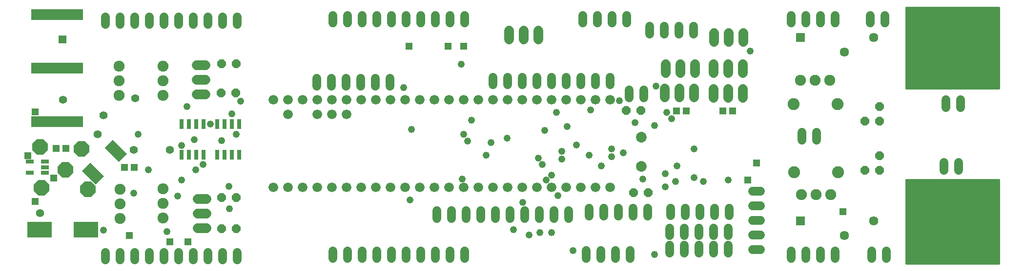
<source format=gbs>
G75*
%MOIN*%
%OFA0B0*%
%FSLAX25Y25*%
%IPPOS*%
%LPD*%
%AMOC8*
5,1,8,0,0,1.08239X$1,22.5*
%
%ADD10C,0.01600*%
%ADD11OC8,0.06000*%
%ADD12C,0.06800*%
%ADD13OC8,0.10800*%
%ADD14C,0.06600*%
%ADD15C,0.07550*%
%ADD16R,0.02900X0.07100*%
%ADD17C,0.07300*%
%ADD18C,0.06000*%
%ADD19R,0.16548X0.10643*%
%ADD20R,0.35800X0.07800*%
%ADD21R,0.06343X0.06343*%
%ADD22C,0.06343*%
%ADD23C,0.08200*%
%ADD24R,0.04737X0.05131*%
%ADD25R,0.07887X0.13398*%
%ADD26R,0.05524X0.03162*%
%ADD27C,0.04762*%
%ADD28R,0.04762X0.04762*%
%ADD29C,0.05550*%
%ADD30R,0.05550X0.05550*%
%ADD31R,0.03900X0.03900*%
%ADD32C,0.03900*%
D10*
X0719526Y0125902D02*
X0782518Y0125902D01*
X0782518Y0182988D01*
X0719526Y0182988D01*
X0719526Y0125902D01*
X0719526Y0127130D02*
X0782518Y0127130D01*
X0782518Y0128729D02*
X0719526Y0128729D01*
X0719526Y0130327D02*
X0782518Y0130327D01*
X0782518Y0131926D02*
X0719526Y0131926D01*
X0719526Y0133524D02*
X0782518Y0133524D01*
X0782518Y0135123D02*
X0719526Y0135123D01*
X0719526Y0136721D02*
X0782518Y0136721D01*
X0782518Y0138320D02*
X0719526Y0138320D01*
X0719526Y0139918D02*
X0782518Y0139918D01*
X0782518Y0141517D02*
X0719526Y0141517D01*
X0719526Y0143115D02*
X0782518Y0143115D01*
X0782518Y0144714D02*
X0719526Y0144714D01*
X0719526Y0146312D02*
X0782518Y0146312D01*
X0782518Y0147911D02*
X0719526Y0147911D01*
X0719526Y0149509D02*
X0782518Y0149509D01*
X0782518Y0151108D02*
X0719526Y0151108D01*
X0719526Y0152706D02*
X0782518Y0152706D01*
X0782518Y0154305D02*
X0719526Y0154305D01*
X0719526Y0155903D02*
X0782518Y0155903D01*
X0782518Y0157502D02*
X0719526Y0157502D01*
X0719526Y0159100D02*
X0782518Y0159100D01*
X0782518Y0160699D02*
X0719526Y0160699D01*
X0719526Y0162297D02*
X0782518Y0162297D01*
X0782518Y0163896D02*
X0719526Y0163896D01*
X0719526Y0165494D02*
X0782518Y0165494D01*
X0782518Y0167093D02*
X0719526Y0167093D01*
X0719526Y0168691D02*
X0782518Y0168691D01*
X0782518Y0170290D02*
X0719526Y0170290D01*
X0719526Y0171888D02*
X0782518Y0171888D01*
X0782518Y0173487D02*
X0719526Y0173487D01*
X0719526Y0175085D02*
X0782518Y0175085D01*
X0782518Y0176684D02*
X0719526Y0176684D01*
X0719526Y0178282D02*
X0782518Y0178282D01*
X0782518Y0179881D02*
X0719526Y0179881D01*
X0719526Y0181479D02*
X0782518Y0181479D01*
X0782518Y0245980D02*
X0719526Y0245980D01*
X0719526Y0301098D01*
X0782518Y0301098D01*
X0782518Y0245980D01*
X0782518Y0247018D02*
X0719526Y0247018D01*
X0719526Y0248617D02*
X0782518Y0248617D01*
X0782518Y0250215D02*
X0719526Y0250215D01*
X0719526Y0251814D02*
X0782518Y0251814D01*
X0782518Y0253412D02*
X0719526Y0253412D01*
X0719526Y0255011D02*
X0782518Y0255011D01*
X0782518Y0256610D02*
X0719526Y0256610D01*
X0719526Y0258208D02*
X0782518Y0258208D01*
X0782518Y0259807D02*
X0719526Y0259807D01*
X0719526Y0261405D02*
X0782518Y0261405D01*
X0782518Y0263004D02*
X0719526Y0263004D01*
X0719526Y0264602D02*
X0782518Y0264602D01*
X0782518Y0266201D02*
X0719526Y0266201D01*
X0719526Y0267799D02*
X0782518Y0267799D01*
X0782518Y0269398D02*
X0719526Y0269398D01*
X0719526Y0270996D02*
X0782518Y0270996D01*
X0782518Y0272595D02*
X0719526Y0272595D01*
X0719526Y0274193D02*
X0782518Y0274193D01*
X0782518Y0275792D02*
X0719526Y0275792D01*
X0719526Y0277390D02*
X0782518Y0277390D01*
X0782518Y0278989D02*
X0719526Y0278989D01*
X0719526Y0280587D02*
X0782518Y0280587D01*
X0782518Y0282186D02*
X0719526Y0282186D01*
X0719526Y0283784D02*
X0782518Y0283784D01*
X0782518Y0285383D02*
X0719526Y0285383D01*
X0719526Y0286981D02*
X0782518Y0286981D01*
X0782518Y0288580D02*
X0719526Y0288580D01*
X0719526Y0290178D02*
X0782518Y0290178D01*
X0782518Y0291777D02*
X0719526Y0291777D01*
X0719526Y0293375D02*
X0782518Y0293375D01*
X0782518Y0294974D02*
X0719526Y0294974D01*
X0719526Y0296572D02*
X0782518Y0296572D01*
X0782518Y0298171D02*
X0719526Y0298171D01*
X0719526Y0299769D02*
X0782518Y0299769D01*
D11*
X0701396Y0233264D03*
X0701396Y0223264D03*
X0691396Y0223264D03*
X0701396Y0199799D03*
X0701396Y0189799D03*
X0691396Y0189799D03*
X0543148Y0174209D03*
X0533148Y0174209D03*
X0538089Y0230665D03*
X0528089Y0230665D03*
X0261573Y0242634D03*
X0251573Y0242634D03*
X0251967Y0262594D03*
X0261967Y0262594D03*
X0261967Y0171020D03*
X0251967Y0171020D03*
X0251967Y0149681D03*
X0261967Y0149681D03*
D12*
X0241581Y0149988D02*
X0235581Y0149988D01*
X0235581Y0159988D02*
X0241581Y0159988D01*
X0241581Y0169988D02*
X0235581Y0169988D01*
X0234793Y0241650D02*
X0240793Y0241650D01*
X0240793Y0251650D02*
X0234793Y0251650D01*
X0234793Y0261650D02*
X0240793Y0261650D01*
X0448112Y0279382D02*
X0448112Y0285382D01*
X0458112Y0285382D02*
X0458112Y0279382D01*
X0468112Y0279382D02*
X0468112Y0285382D01*
X0555297Y0262374D02*
X0555297Y0256374D01*
X0565297Y0256374D02*
X0565297Y0262374D01*
X0575297Y0262374D02*
X0575297Y0256374D01*
X0587974Y0256453D02*
X0587974Y0262453D01*
X0597974Y0262453D02*
X0597974Y0256453D01*
X0607974Y0256453D02*
X0607974Y0262453D01*
X0608100Y0277835D02*
X0608100Y0283835D01*
X0598100Y0283835D02*
X0598100Y0277835D01*
X0588100Y0277835D02*
X0588100Y0283835D01*
X0587974Y0245366D02*
X0587974Y0239366D01*
X0574510Y0239681D02*
X0574510Y0245681D01*
X0564510Y0245681D02*
X0564510Y0239681D01*
X0554510Y0239681D02*
X0554510Y0245681D01*
X0597974Y0245366D02*
X0597974Y0239366D01*
X0607974Y0239366D02*
X0607974Y0245366D01*
D13*
X0160510Y0176807D03*
X0145116Y0189878D03*
X0129014Y0177516D03*
X0128069Y0205665D03*
X0156415Y0204484D03*
D14*
X0287100Y0177862D03*
X0297100Y0177862D03*
X0307100Y0177862D03*
X0317100Y0177862D03*
X0327100Y0177862D03*
X0337100Y0177862D03*
X0347100Y0177862D03*
X0357100Y0177862D03*
X0367100Y0177862D03*
X0377100Y0177862D03*
X0387100Y0177862D03*
X0397100Y0177862D03*
X0407100Y0177862D03*
X0417100Y0177862D03*
X0427100Y0177862D03*
X0437100Y0177862D03*
X0447100Y0177862D03*
X0457100Y0177862D03*
X0467100Y0177862D03*
X0477100Y0177862D03*
X0487100Y0177862D03*
X0497100Y0177862D03*
X0507100Y0177862D03*
X0517100Y0177862D03*
X0517100Y0237862D03*
X0507100Y0237862D03*
X0497100Y0237862D03*
X0487100Y0237862D03*
X0477100Y0237862D03*
X0467100Y0237862D03*
X0457100Y0237862D03*
X0447100Y0237862D03*
X0437100Y0237862D03*
X0427100Y0237862D03*
X0417100Y0237862D03*
X0407100Y0237862D03*
X0397100Y0237862D03*
X0387100Y0237862D03*
X0377100Y0237862D03*
X0367100Y0237862D03*
X0357100Y0237862D03*
X0347100Y0237862D03*
X0337100Y0237862D03*
X0327100Y0237862D03*
X0317100Y0237862D03*
X0307100Y0237862D03*
X0297100Y0237862D03*
X0287100Y0237862D03*
X0297100Y0227862D03*
X0317100Y0227862D03*
X0327100Y0227862D03*
X0337100Y0227862D03*
D15*
X0212085Y0177043D03*
X0212085Y0167043D03*
X0212085Y0157043D03*
X0182675Y0156650D03*
X0182675Y0166650D03*
X0182675Y0176650D03*
X0181998Y0240862D03*
X0181998Y0250862D03*
X0181998Y0260862D03*
X0211793Y0260941D03*
X0211793Y0250941D03*
X0211793Y0240941D03*
X0647360Y0251394D03*
X0657360Y0251394D03*
X0667360Y0251394D03*
X0667852Y0173146D03*
X0657852Y0173146D03*
X0647852Y0173146D03*
D16*
X0263955Y0200412D03*
X0258955Y0200412D03*
X0253955Y0200412D03*
X0248955Y0200412D03*
X0239545Y0200412D03*
X0234545Y0200412D03*
X0229545Y0200412D03*
X0224545Y0200412D03*
X0224545Y0221312D03*
X0229545Y0221312D03*
X0234545Y0221312D03*
X0239545Y0221312D03*
X0248955Y0221312D03*
X0253955Y0221312D03*
X0258955Y0221312D03*
X0263955Y0221312D03*
D17*
X0538435Y0212185D03*
X0538435Y0192185D03*
D18*
X0172557Y0133423D02*
X0172557Y0128223D01*
X0182557Y0128223D02*
X0182557Y0133423D01*
X0192557Y0133423D02*
X0192557Y0128223D01*
X0202557Y0128223D02*
X0202557Y0133423D01*
X0212557Y0133423D02*
X0212557Y0128223D01*
X0222557Y0128223D02*
X0222557Y0133423D01*
X0232557Y0133423D02*
X0232557Y0128223D01*
X0242557Y0128223D02*
X0242557Y0133423D01*
X0252557Y0133423D02*
X0252557Y0128223D01*
X0262557Y0128223D02*
X0262557Y0133423D01*
X0328069Y0134407D02*
X0328069Y0129207D01*
X0338069Y0129207D02*
X0338069Y0134407D01*
X0348069Y0134407D02*
X0348069Y0129207D01*
X0358069Y0129207D02*
X0358069Y0134407D01*
X0368069Y0134407D02*
X0368069Y0129207D01*
X0378069Y0129207D02*
X0378069Y0134407D01*
X0388069Y0134407D02*
X0388069Y0129207D01*
X0398069Y0129207D02*
X0398069Y0134407D01*
X0408069Y0134407D02*
X0408069Y0129207D01*
X0418069Y0129207D02*
X0418069Y0134407D01*
X0418935Y0156766D02*
X0418935Y0161966D01*
X0408935Y0161966D02*
X0408935Y0156766D01*
X0398935Y0156766D02*
X0398935Y0161966D01*
X0428935Y0161966D02*
X0428935Y0156766D01*
X0438935Y0156766D02*
X0438935Y0161966D01*
X0448935Y0161966D02*
X0448935Y0156766D01*
X0458935Y0156766D02*
X0458935Y0161966D01*
X0468935Y0161966D02*
X0468935Y0156766D01*
X0478935Y0156766D02*
X0478935Y0161966D01*
X0488935Y0161966D02*
X0488935Y0156766D01*
X0502872Y0158490D02*
X0502872Y0163690D01*
X0512872Y0163690D02*
X0512872Y0158490D01*
X0522872Y0158490D02*
X0522872Y0163690D01*
X0532872Y0163690D02*
X0532872Y0158490D01*
X0542872Y0158490D02*
X0542872Y0163690D01*
X0558667Y0163738D02*
X0558667Y0158538D01*
X0568667Y0158538D02*
X0568667Y0163738D01*
X0578667Y0163738D02*
X0578667Y0158538D01*
X0588667Y0158538D02*
X0588667Y0163738D01*
X0598667Y0163738D02*
X0598667Y0158538D01*
X0614563Y0155429D02*
X0619763Y0155429D01*
X0597793Y0150155D02*
X0597793Y0144955D01*
X0597793Y0138344D02*
X0597793Y0133144D01*
X0587793Y0133144D02*
X0587793Y0138344D01*
X0577793Y0138344D02*
X0577793Y0133144D01*
X0567793Y0133144D02*
X0567793Y0138344D01*
X0557793Y0138344D02*
X0557793Y0133144D01*
X0557793Y0144955D02*
X0557793Y0150155D01*
X0567793Y0150155D02*
X0567793Y0144955D01*
X0577793Y0144955D02*
X0577793Y0150155D01*
X0587793Y0150155D02*
X0587793Y0144955D01*
X0614563Y0145429D02*
X0619763Y0145429D01*
X0619763Y0135429D02*
X0614563Y0135429D01*
X0640963Y0134407D02*
X0640963Y0129207D01*
X0650963Y0129207D02*
X0650963Y0134407D01*
X0660963Y0134407D02*
X0660963Y0129207D01*
X0670963Y0129207D02*
X0670963Y0134407D01*
X0696081Y0134407D02*
X0696081Y0129207D01*
X0706081Y0129207D02*
X0706081Y0134407D01*
X0619763Y0165429D02*
X0614563Y0165429D01*
X0614563Y0175429D02*
X0619763Y0175429D01*
X0648344Y0210408D02*
X0648344Y0215608D01*
X0658344Y0215608D02*
X0658344Y0210408D01*
X0745293Y0194939D02*
X0745293Y0189739D01*
X0755293Y0189739D02*
X0755293Y0194939D01*
X0756437Y0232683D02*
X0756437Y0237883D01*
X0746437Y0237883D02*
X0746437Y0232683D01*
X0705077Y0290624D02*
X0705077Y0295824D01*
X0695077Y0295824D02*
X0695077Y0290624D01*
X0670963Y0290624D02*
X0670963Y0295824D01*
X0660963Y0295824D02*
X0660963Y0290624D01*
X0650963Y0290624D02*
X0650963Y0295824D01*
X0640963Y0295824D02*
X0640963Y0290624D01*
X0574211Y0288210D02*
X0574211Y0283010D01*
X0564211Y0283010D02*
X0564211Y0288210D01*
X0554211Y0288210D02*
X0554211Y0283010D01*
X0544211Y0283010D02*
X0544211Y0288210D01*
X0528738Y0290624D02*
X0528738Y0295824D01*
X0518738Y0295824D02*
X0518738Y0290624D01*
X0508738Y0290624D02*
X0508738Y0295824D01*
X0498738Y0295824D02*
X0498738Y0290624D01*
X0497203Y0253502D02*
X0497203Y0248302D01*
X0507203Y0248302D02*
X0507203Y0253502D01*
X0517203Y0253502D02*
X0517203Y0248302D01*
X0530234Y0244643D02*
X0530234Y0239443D01*
X0540234Y0239443D02*
X0540234Y0244643D01*
X0487203Y0248302D02*
X0487203Y0253502D01*
X0477203Y0253502D02*
X0477203Y0248302D01*
X0467203Y0248302D02*
X0467203Y0253502D01*
X0457203Y0253502D02*
X0457203Y0248302D01*
X0447203Y0248302D02*
X0447203Y0253502D01*
X0437203Y0253502D02*
X0437203Y0248302D01*
X0367065Y0247317D02*
X0367065Y0252517D01*
X0357065Y0252517D02*
X0357065Y0247317D01*
X0347065Y0247317D02*
X0347065Y0252517D01*
X0337065Y0252517D02*
X0337065Y0247317D01*
X0327065Y0247317D02*
X0327065Y0252517D01*
X0317065Y0252517D02*
X0317065Y0247317D01*
X0328069Y0290624D02*
X0328069Y0295824D01*
X0338069Y0295824D02*
X0338069Y0290624D01*
X0348069Y0290624D02*
X0348069Y0295824D01*
X0358069Y0295824D02*
X0358069Y0290624D01*
X0368069Y0290624D02*
X0368069Y0295824D01*
X0378069Y0295824D02*
X0378069Y0290624D01*
X0388069Y0290624D02*
X0388069Y0295824D01*
X0398069Y0295824D02*
X0398069Y0290624D01*
X0408069Y0290624D02*
X0408069Y0295824D01*
X0418069Y0295824D02*
X0418069Y0290624D01*
X0262557Y0289640D02*
X0262557Y0294840D01*
X0252557Y0294840D02*
X0252557Y0289640D01*
X0242557Y0289640D02*
X0242557Y0294840D01*
X0232557Y0294840D02*
X0232557Y0289640D01*
X0222557Y0289640D02*
X0222557Y0294840D01*
X0212557Y0294840D02*
X0212557Y0289640D01*
X0202557Y0289640D02*
X0202557Y0294840D01*
X0192557Y0294840D02*
X0192557Y0289640D01*
X0182557Y0289640D02*
X0182557Y0294840D01*
X0172557Y0294840D02*
X0172557Y0289640D01*
X0500938Y0134607D02*
X0500938Y0129407D01*
X0510938Y0129407D02*
X0510938Y0134607D01*
X0520938Y0134607D02*
X0520938Y0129407D01*
X0530938Y0129407D02*
X0530938Y0134607D01*
D19*
X0159156Y0148933D03*
X0127659Y0148933D03*
D20*
X0139439Y0222988D03*
X0139439Y0259602D03*
X0139439Y0296295D03*
D21*
X0647380Y0280843D03*
X0647380Y0154858D03*
D22*
X0677380Y0144858D03*
X0697380Y0154858D03*
X0677380Y0270843D03*
X0697380Y0280843D03*
D23*
X0672518Y0235154D03*
X0642518Y0235154D03*
X0643010Y0188402D03*
X0673010Y0188402D03*
D24*
X0600825Y0230232D03*
X0594132Y0230232D03*
X0569329Y0230232D03*
X0562636Y0230232D03*
X0192360Y0191846D03*
X0185667Y0191846D03*
X0145608Y0204642D03*
X0138915Y0204642D03*
D25*
G36*
X0156546Y0189392D02*
X0162123Y0194969D01*
X0171596Y0185496D01*
X0166019Y0179919D01*
X0156546Y0189392D01*
G37*
G36*
X0172136Y0204982D02*
X0177713Y0210559D01*
X0187186Y0201086D01*
X0181609Y0195509D01*
X0172136Y0204982D01*
G37*
D26*
X0131163Y0195587D03*
X0131163Y0191846D03*
X0131163Y0188106D03*
X0120880Y0188106D03*
X0120880Y0195587D03*
D27*
X0191967Y0174130D03*
X0201809Y0189878D03*
X0224447Y0182988D03*
X0234289Y0189878D03*
X0239211Y0193815D03*
X0224447Y0206610D03*
X0233305Y0210547D03*
X0244132Y0221374D03*
X0258896Y0228264D03*
X0264801Y0237122D03*
X0228384Y0233185D03*
X0261848Y0214484D03*
X0252006Y0210055D03*
X0194919Y0214484D03*
X0256927Y0178559D03*
X0257419Y0163303D03*
X0221986Y0172161D03*
X0214604Y0147555D03*
X0171297Y0148539D03*
X0380632Y0169512D03*
X0416380Y0183811D03*
X0432467Y0199898D03*
X0436041Y0208835D03*
X0446766Y0211516D03*
X0419955Y0209728D03*
X0417274Y0214197D03*
X0422636Y0224028D03*
X0381526Y0217772D03*
X0376163Y0246370D03*
X0415486Y0262457D03*
X0480726Y0229390D03*
X0487876Y0219559D03*
X0472683Y0216878D03*
X0494132Y0207047D03*
X0484301Y0202579D03*
X0484301Y0197217D03*
X0470896Y0193642D03*
X0468215Y0198110D03*
X0477152Y0186492D03*
X0473577Y0182917D03*
X0481620Y0172193D03*
X0457490Y0167724D03*
X0451234Y0148957D03*
X0461959Y0145382D03*
X0469108Y0147169D03*
X0477152Y0147169D03*
X0491844Y0134764D03*
X0547478Y0132008D03*
X0554904Y0178449D03*
X0562053Y0182024D03*
X0554904Y0187386D03*
X0562947Y0192748D03*
X0574565Y0184705D03*
X0580821Y0182024D03*
X0597801Y0182917D03*
X0574565Y0204366D03*
X0547754Y0220453D03*
X0534348Y0222240D03*
X0555797Y0229390D03*
X0559372Y0224921D03*
X0523624Y0237433D03*
X0503963Y0231177D03*
X0548648Y0247264D03*
X0612994Y0271394D03*
X0518262Y0204366D03*
X0518262Y0199004D03*
X0503069Y0199898D03*
X0511112Y0192748D03*
X0526305Y0201685D03*
X0539711Y0183811D03*
D28*
X0611258Y0182988D03*
X0617163Y0194799D03*
X0676219Y0161335D03*
X0417360Y0274524D03*
X0406533Y0274524D03*
X0379959Y0274524D03*
X0137341Y0184465D03*
X0119624Y0199720D03*
X0124545Y0229740D03*
X0124545Y0168224D03*
X0189014Y0145094D03*
X0216573Y0140665D03*
X0228876Y0140665D03*
D29*
X0127990Y0160350D03*
X0191967Y0203657D03*
X0216573Y0203657D03*
X0167360Y0214484D03*
X0171297Y0227280D03*
X0192951Y0239091D03*
X0143738Y0238106D03*
D30*
X0143246Y0279445D03*
D31*
X0750394Y0279889D03*
X0750394Y0282389D03*
X0752894Y0282389D03*
X0752894Y0279889D03*
X0752894Y0277389D03*
X0750394Y0277389D03*
X0750394Y0274889D03*
X0750394Y0272389D03*
X0750394Y0269889D03*
X0750394Y0267389D03*
X0750394Y0264889D03*
X0752894Y0264889D03*
X0752894Y0267389D03*
X0752894Y0269889D03*
X0752894Y0272389D03*
X0752894Y0274889D03*
X0751789Y0163165D03*
X0751730Y0160665D03*
X0751730Y0158165D03*
X0751730Y0155665D03*
X0751730Y0153165D03*
X0751730Y0150665D03*
X0751730Y0148165D03*
X0751730Y0145665D03*
X0749230Y0145665D03*
X0749230Y0148165D03*
X0749230Y0150665D03*
X0749230Y0153165D03*
X0749230Y0155665D03*
X0749230Y0158165D03*
X0749230Y0160665D03*
X0749230Y0163165D03*
D32*
X0746730Y0163165D03*
X0754230Y0163165D03*
X0754230Y0145665D03*
X0746730Y0145665D03*
X0747894Y0264889D03*
X0755394Y0264889D03*
X0755394Y0282389D03*
X0747894Y0282389D03*
M02*

</source>
